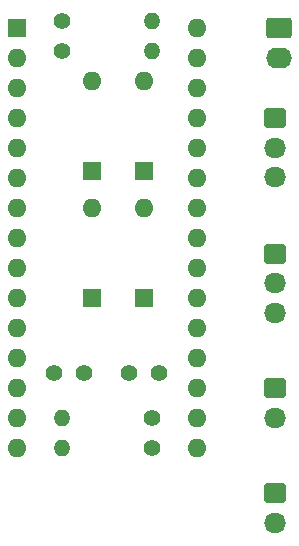
<source format=gbr>
%TF.GenerationSoftware,KiCad,Pcbnew,(6.0.4)*%
%TF.CreationDate,2022-09-13T00:35:04+09:00*%
%TF.ProjectId,MultiMeter,4d756c74-694d-4657-9465-722e6b696361,rev?*%
%TF.SameCoordinates,Original*%
%TF.FileFunction,Soldermask,Bot*%
%TF.FilePolarity,Negative*%
%FSLAX46Y46*%
G04 Gerber Fmt 4.6, Leading zero omitted, Abs format (unit mm)*
G04 Created by KiCad (PCBNEW (6.0.4)) date 2022-09-13 00:35:04*
%MOMM*%
%LPD*%
G01*
G04 APERTURE LIST*
G04 Aperture macros list*
%AMRoundRect*
0 Rectangle with rounded corners*
0 $1 Rounding radius*
0 $2 $3 $4 $5 $6 $7 $8 $9 X,Y pos of 4 corners*
0 Add a 4 corners polygon primitive as box body*
4,1,4,$2,$3,$4,$5,$6,$7,$8,$9,$2,$3,0*
0 Add four circle primitives for the rounded corners*
1,1,$1+$1,$2,$3*
1,1,$1+$1,$4,$5*
1,1,$1+$1,$6,$7*
1,1,$1+$1,$8,$9*
0 Add four rect primitives between the rounded corners*
20,1,$1+$1,$2,$3,$4,$5,0*
20,1,$1+$1,$4,$5,$6,$7,0*
20,1,$1+$1,$6,$7,$8,$9,0*
20,1,$1+$1,$8,$9,$2,$3,0*%
G04 Aperture macros list end*
%ADD10R,1.600000X1.600000*%
%ADD11O,1.600000X1.600000*%
%ADD12C,1.400000*%
%ADD13RoundRect,0.250000X-0.675000X0.600000X-0.675000X-0.600000X0.675000X-0.600000X0.675000X0.600000X0*%
%ADD14O,1.850000X1.700000*%
%ADD15O,1.400000X1.400000*%
%ADD16RoundRect,0.250000X-0.845000X0.620000X-0.845000X-0.620000X0.845000X-0.620000X0.845000X0.620000X0*%
%ADD17O,2.190000X1.740000*%
G04 APERTURE END LIST*
D10*
%TO.C,A1*%
X42545000Y-26035000D03*
D11*
X42545000Y-28575000D03*
X42545000Y-31115000D03*
X42545000Y-33655000D03*
X42545000Y-36195000D03*
X42545000Y-38735000D03*
X42545000Y-41275000D03*
X42545000Y-43815000D03*
X42545000Y-46355000D03*
X42545000Y-48895000D03*
X42545000Y-51435000D03*
X42545000Y-53975000D03*
X42545000Y-56515000D03*
X42545000Y-59055000D03*
X42545000Y-61595000D03*
X57785000Y-61595000D03*
X57785000Y-59055000D03*
X57785000Y-56515000D03*
X57785000Y-53975000D03*
X57785000Y-51435000D03*
X57785000Y-48895000D03*
X57785000Y-46355000D03*
X57785000Y-43815000D03*
X57785000Y-41275000D03*
X57785000Y-38735000D03*
X57785000Y-36195000D03*
X57785000Y-33655000D03*
X57785000Y-31115000D03*
X57785000Y-28575000D03*
X57785000Y-26035000D03*
%TD*%
D10*
%TO.C,D1*%
X48895000Y-48895000D03*
D11*
X48895000Y-41275000D03*
%TD*%
D12*
%TO.C,C2*%
X52090000Y-55245000D03*
X54590000Y-55245000D03*
%TD*%
D10*
%TO.C,D3*%
X53340000Y-48895000D03*
D11*
X53340000Y-41275000D03*
%TD*%
D13*
%TO.C,J2*%
X64432500Y-56515000D03*
D14*
X64432500Y-59015000D03*
%TD*%
D12*
%TO.C,C1*%
X45740000Y-55245000D03*
X48240000Y-55245000D03*
%TD*%
%TO.C,R4*%
X46355000Y-27940000D03*
D15*
X53975000Y-27940000D03*
%TD*%
D16*
%TO.C,J5*%
X64750000Y-26035000D03*
D17*
X64750000Y-28575000D03*
%TD*%
D13*
%TO.C,J3*%
X64432500Y-45092500D03*
D14*
X64432500Y-47592500D03*
X64432500Y-50092500D03*
%TD*%
D13*
%TO.C,J1*%
X64432500Y-65405000D03*
D14*
X64432500Y-67905000D03*
%TD*%
D13*
%TO.C,J4*%
X64412500Y-33655000D03*
D14*
X64412500Y-36155000D03*
X64412500Y-38655000D03*
%TD*%
D12*
%TO.C,R2*%
X53975000Y-59055000D03*
D15*
X46355000Y-59055000D03*
%TD*%
D10*
%TO.C,D4*%
X53340000Y-38100000D03*
D11*
X53340000Y-30480000D03*
%TD*%
D12*
%TO.C,R3*%
X46355000Y-25400000D03*
D15*
X53975000Y-25400000D03*
%TD*%
D12*
%TO.C,R1*%
X53975000Y-61595000D03*
D15*
X46355000Y-61595000D03*
%TD*%
D10*
%TO.C,D2*%
X48895000Y-38100000D03*
D11*
X48895000Y-30480000D03*
%TD*%
M02*

</source>
